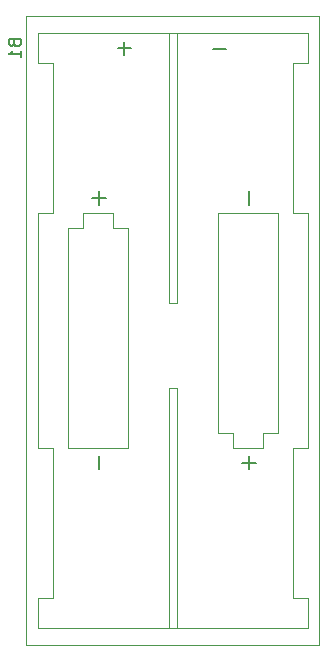
<source format=gbr>
%TF.GenerationSoftware,KiCad,Pcbnew,(5.1.6)-1*%
%TF.CreationDate,2022-09-14T08:17:57+02:00*%
%TF.ProjectId,LoRaWAN_EndNode_Microchip,4c6f5261-5741-44e5-9f45-6e644e6f6465,rev?*%
%TF.SameCoordinates,Original*%
%TF.FileFunction,Legend,Bot*%
%TF.FilePolarity,Positive*%
%FSLAX46Y46*%
G04 Gerber Fmt 4.6, Leading zero omitted, Abs format (unit mm)*
G04 Created by KiCad (PCBNEW (5.1.6)-1) date 2022-09-14 08:17:57*
%MOMM*%
%LPD*%
G01*
G04 APERTURE LIST*
%ADD10C,0.120000*%
%ADD11C,0.150000*%
G04 APERTURE END LIST*
D10*
%TO.C,B1*%
X212217000Y-120825000D02*
X210947000Y-120825000D01*
X212217000Y-123365000D02*
X212217000Y-120825000D01*
X189357000Y-123365000D02*
X212217000Y-123365000D01*
X189357000Y-120825000D02*
X190627000Y-120825000D01*
X189357000Y-123365000D02*
X189357000Y-120825000D01*
X210947000Y-75565000D02*
X210947000Y-88265000D01*
X212217000Y-75565000D02*
X210947000Y-75565000D01*
X212217000Y-73025000D02*
X212217000Y-75565000D01*
X189357000Y-73025000D02*
X212217000Y-73025000D01*
X189357000Y-75565000D02*
X189357000Y-73025000D01*
X190627000Y-75565000D02*
X189357000Y-75565000D01*
X190627000Y-75565000D02*
X190627000Y-88265000D01*
X210947000Y-120825000D02*
X210947000Y-108125000D01*
X189357000Y-88265000D02*
X190627000Y-88265000D01*
X189357000Y-108125000D02*
X189357000Y-88265000D01*
X190627000Y-108125000D02*
X189357000Y-108125000D01*
X190627000Y-120825000D02*
X190627000Y-108125000D01*
X212217000Y-108125000D02*
X210947000Y-108125000D01*
X212217000Y-88265000D02*
X212217000Y-108125000D01*
X210947000Y-88265000D02*
X212217000Y-88265000D01*
X201137000Y-103045000D02*
X201137000Y-123365000D01*
X200437000Y-103045000D02*
X201137000Y-103045000D01*
X200437000Y-123365000D02*
X200437000Y-103045000D01*
X201137000Y-95885000D02*
X201137000Y-73025000D01*
X200437000Y-95885000D02*
X201137000Y-95885000D01*
X200437000Y-73025000D02*
X200437000Y-95885000D01*
X191897000Y-108125000D02*
X196977000Y-108125000D01*
X191897000Y-89535000D02*
X191897000Y-108125000D01*
X193167000Y-89535000D02*
X191897000Y-89535000D01*
X193167000Y-88265000D02*
X193167000Y-89535000D01*
X195707000Y-88265000D02*
X193167000Y-88265000D01*
X195707000Y-89535000D02*
X195707000Y-88265000D01*
X196977000Y-89535000D02*
X195707000Y-89535000D01*
X196977000Y-108125000D02*
X196977000Y-89535000D01*
X209677000Y-106855000D02*
X209677000Y-88265000D01*
X208407000Y-106855000D02*
X209677000Y-106855000D01*
X208407000Y-108125000D02*
X208407000Y-106855000D01*
X205867000Y-108125000D02*
X208407000Y-108125000D01*
X205867000Y-106855000D02*
X205867000Y-108125000D01*
X204597000Y-106855000D02*
X205867000Y-106855000D01*
X204597000Y-88265000D02*
X204597000Y-106855000D01*
X209677000Y-88265000D02*
X204597000Y-88265000D01*
X188382000Y-124795000D02*
X188382000Y-71595000D01*
X188387000Y-71595000D02*
X213187000Y-71595000D01*
X213192000Y-71595000D02*
X213192000Y-124795000D01*
X213187000Y-124795000D02*
X188387000Y-124795000D01*
D11*
X187365571Y-73890238D02*
X187413190Y-74033095D01*
X187460809Y-74080714D01*
X187556047Y-74128333D01*
X187698904Y-74128333D01*
X187794142Y-74080714D01*
X187841761Y-74033095D01*
X187889380Y-73937857D01*
X187889380Y-73556904D01*
X186889380Y-73556904D01*
X186889380Y-73890238D01*
X186937000Y-73985476D01*
X186984619Y-74033095D01*
X187079857Y-74080714D01*
X187175095Y-74080714D01*
X187270333Y-74033095D01*
X187317952Y-73985476D01*
X187365571Y-73890238D01*
X187365571Y-73556904D01*
X187889380Y-75080714D02*
X187889380Y-74509285D01*
X187889380Y-74795000D02*
X186889380Y-74795000D01*
X187032238Y-74699761D01*
X187127476Y-74604523D01*
X187175095Y-74509285D01*
X207244142Y-108823571D02*
X207244142Y-109966428D01*
X207815571Y-109395000D02*
X206672714Y-109395000D01*
X207244142Y-86423571D02*
X207244142Y-87566428D01*
X194544142Y-108823571D02*
X194544142Y-109966428D01*
X194544142Y-86423571D02*
X194544142Y-87566428D01*
X195115571Y-86995000D02*
X193972714Y-86995000D01*
X205291428Y-74347142D02*
X204148571Y-74347142D01*
X196677142Y-73758571D02*
X196677142Y-74901428D01*
X197248571Y-74330000D02*
X196105714Y-74330000D01*
%TD*%
M02*

</source>
